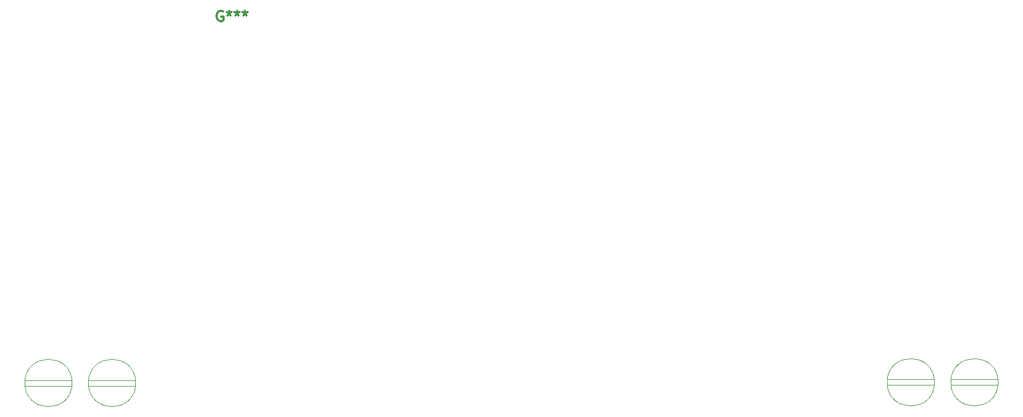
<source format=gbr>
G04 #@! TF.GenerationSoftware,KiCad,Pcbnew,(6.0.5)*
G04 #@! TF.CreationDate,2022-06-02T22:05:21-04:00*
G04 #@! TF.ProjectId,PB_16,50425f31-362e-46b6-9963-61645f706362,v2*
G04 #@! TF.SameCoordinates,Original*
G04 #@! TF.FileFunction,OtherDrawing,Comment*
%FSLAX46Y46*%
G04 Gerber Fmt 4.6, Leading zero omitted, Abs format (unit mm)*
G04 Created by KiCad (PCBNEW (6.0.5)) date 2022-06-02 22:05:21*
%MOMM*%
%LPD*%
G01*
G04 APERTURE LIST*
%ADD10C,0.300000*%
%ADD11C,0.120000*%
G04 APERTURE END LIST*
D10*
X101848428Y-90575800D02*
X101703285Y-90503228D01*
X101485571Y-90503228D01*
X101267857Y-90575800D01*
X101122714Y-90720942D01*
X101050142Y-90866085D01*
X100977571Y-91156371D01*
X100977571Y-91374085D01*
X101050142Y-91664371D01*
X101122714Y-91809514D01*
X101267857Y-91954657D01*
X101485571Y-92027228D01*
X101630714Y-92027228D01*
X101848428Y-91954657D01*
X101921000Y-91882085D01*
X101921000Y-91374085D01*
X101630714Y-91374085D01*
X102791857Y-90503228D02*
X102791857Y-90866085D01*
X102429000Y-90720942D02*
X102791857Y-90866085D01*
X103154714Y-90720942D01*
X102574142Y-91156371D02*
X102791857Y-90866085D01*
X103009571Y-91156371D01*
X103953000Y-90503228D02*
X103953000Y-90866085D01*
X103590142Y-90720942D02*
X103953000Y-90866085D01*
X104315857Y-90720942D01*
X103735285Y-91156371D02*
X103953000Y-90866085D01*
X104170714Y-91156371D01*
X105114142Y-90503228D02*
X105114142Y-90866085D01*
X104751285Y-90720942D02*
X105114142Y-90866085D01*
X105477000Y-90720942D01*
X104896428Y-91156371D02*
X105114142Y-90866085D01*
X105331857Y-91156371D01*
D11*
X82101000Y-145117800D02*
X88901000Y-145117800D01*
X79501000Y-146017800D02*
X72701000Y-146017800D01*
X82101000Y-146017800D02*
X88901000Y-146017800D01*
X79501000Y-145117800D02*
X72701000Y-145117800D01*
X89002428Y-145517800D02*
G75*
G03*
X89002428Y-145517800I-3501428J0D01*
G01*
X79601000Y-145517800D02*
G75*
G03*
X79601000Y-145517800I-3500000J0D01*
G01*
X209501000Y-145817800D02*
X216301000Y-145817800D01*
X206901000Y-144917800D02*
X200101000Y-144917800D01*
X209501000Y-144917800D02*
X216301000Y-144917800D01*
X206901000Y-145817800D02*
X200101000Y-145817800D01*
X216401000Y-145417800D02*
G75*
G03*
X216401000Y-145417800I-3500000J0D01*
G01*
X207002428Y-145417800D02*
G75*
G03*
X207002428Y-145417800I-3501428J0D01*
G01*
M02*

</source>
